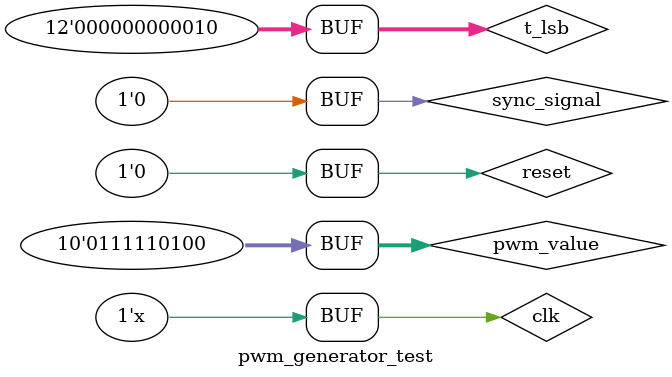
<source format=v>
`timescale 1ns / 1ps


module pwm_generator_test;

	// Inputs
	reg clk;
	reg reset;
	reg sync_signal;
	reg [9:0] pwm_value;
	reg [11:0] t_lsb;

	// Outputs
	wire pwm_signal;

	// Instantiate the Unit Under Test (UUT)
	pwm_generator uut (
		.clk(clk), 
		.reset(reset), 
		.sync_signal(sync_signal), 
		.pwm_value(pwm_value), 
		.t_lsb(t_lsb), 
		.pwm_signal(pwm_signal)
	);

	initial begin
		// Initialize Inputs
		clk = 0;
		sync_signal = 1;
		reset = 0;
		pwm_value = 500;
		t_lsb = 2;
		
		// Wait 100 ns for global reset to finish
		#100;
     	sync_signal = 0;
		// Add stimulus here

	end
	
	always 
	begin
		#10
		clk = ~clk;
	end
      
endmodule


</source>
